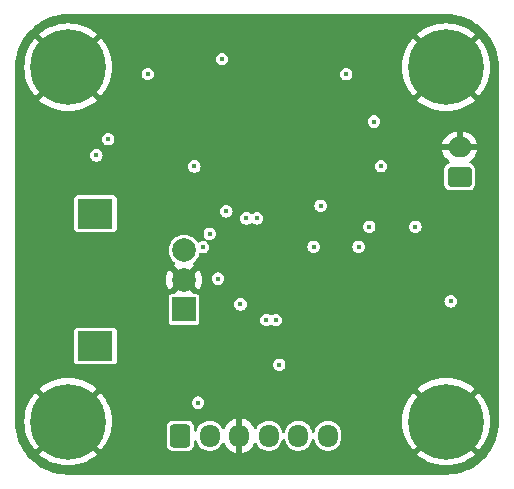
<source format=gbr>
%TF.GenerationSoftware,KiCad,Pcbnew,8.0.8*%
%TF.CreationDate,2025-01-29T06:06:35+01:00*%
%TF.ProjectId,PCB_Gant,5043425f-4761-46e7-942e-6b696361645f,rev?*%
%TF.SameCoordinates,Original*%
%TF.FileFunction,Copper,L2,Inr*%
%TF.FilePolarity,Positive*%
%FSLAX46Y46*%
G04 Gerber Fmt 4.6, Leading zero omitted, Abs format (unit mm)*
G04 Created by KiCad (PCBNEW 8.0.8) date 2025-01-29 06:06:35*
%MOMM*%
%LPD*%
G01*
G04 APERTURE LIST*
G04 Aperture macros list*
%AMRoundRect*
0 Rectangle with rounded corners*
0 $1 Rounding radius*
0 $2 $3 $4 $5 $6 $7 $8 $9 X,Y pos of 4 corners*
0 Add a 4 corners polygon primitive as box body*
4,1,4,$2,$3,$4,$5,$6,$7,$8,$9,$2,$3,0*
0 Add four circle primitives for the rounded corners*
1,1,$1+$1,$2,$3*
1,1,$1+$1,$4,$5*
1,1,$1+$1,$6,$7*
1,1,$1+$1,$8,$9*
0 Add four rect primitives between the rounded corners*
20,1,$1+$1,$2,$3,$4,$5,0*
20,1,$1+$1,$4,$5,$6,$7,0*
20,1,$1+$1,$6,$7,$8,$9,0*
20,1,$1+$1,$8,$9,$2,$3,0*%
G04 Aperture macros list end*
%TA.AperFunction,ComponentPad*%
%ADD10RoundRect,0.250000X0.750000X-0.600000X0.750000X0.600000X-0.750000X0.600000X-0.750000X-0.600000X0*%
%TD*%
%TA.AperFunction,ComponentPad*%
%ADD11O,2.000000X1.700000*%
%TD*%
%TA.AperFunction,ComponentPad*%
%ADD12C,0.800000*%
%TD*%
%TA.AperFunction,ComponentPad*%
%ADD13C,6.400000*%
%TD*%
%TA.AperFunction,ComponentPad*%
%ADD14RoundRect,0.250000X-0.600000X-0.725000X0.600000X-0.725000X0.600000X0.725000X-0.600000X0.725000X0*%
%TD*%
%TA.AperFunction,ComponentPad*%
%ADD15O,1.700000X1.950000*%
%TD*%
%TA.AperFunction,ComponentPad*%
%ADD16R,2.000000X2.000000*%
%TD*%
%TA.AperFunction,ComponentPad*%
%ADD17C,2.000000*%
%TD*%
%TA.AperFunction,ComponentPad*%
%ADD18R,3.000000X2.500000*%
%TD*%
%TA.AperFunction,ViaPad*%
%ADD19C,0.450000*%
%TD*%
G04 APERTURE END LIST*
D10*
%TO.N,+5V*%
%TO.C,J3*%
X133160000Y-79280000D03*
D11*
%TO.N,GND*%
X133160000Y-76780000D03*
%TD*%
D12*
%TO.N,GND*%
%TO.C,H1*%
X97600000Y-100000000D03*
X98302944Y-98302944D03*
X98302944Y-101697056D03*
X100000000Y-97600000D03*
D13*
X100000000Y-100000000D03*
D12*
X100000000Y-102400000D03*
X101697056Y-98302944D03*
X101697056Y-101697056D03*
X102400000Y-100000000D03*
%TD*%
D14*
%TO.N,unconnected-(J2-Pin_1-Pad1)*%
%TO.C,J2*%
X109500000Y-101200000D03*
D15*
%TO.N,+5V*%
X112000000Y-101200000D03*
%TO.N,GND*%
X114500000Y-101200000D03*
%TO.N,UART1_HC05_TX*%
X117000000Y-101200000D03*
%TO.N,UART1_HC05_RX*%
X119500000Y-101200000D03*
%TO.N,unconnected-(J2-Pin_6-Pad6)*%
X122000000Y-101200000D03*
%TD*%
D12*
%TO.N,GND*%
%TO.C,H2*%
X97600000Y-70000000D03*
X98302944Y-68302944D03*
X98302944Y-71697056D03*
X100000000Y-67600000D03*
D13*
X100000000Y-70000000D03*
D12*
X100000000Y-72400000D03*
X101697056Y-68302944D03*
X101697056Y-71697056D03*
X102400000Y-70000000D03*
%TD*%
%TO.N,GND*%
%TO.C,H3*%
X129600000Y-100000000D03*
X130302944Y-98302944D03*
X130302944Y-101697056D03*
X132000000Y-97600000D03*
D13*
X132000000Y-100000000D03*
D12*
X132000000Y-102400000D03*
X133697056Y-98302944D03*
X133697056Y-101697056D03*
X134400000Y-100000000D03*
%TD*%
D16*
%TO.N,CLK*%
%TO.C,SW2*%
X109820000Y-90500000D03*
D17*
%TO.N,DT*%
X109820000Y-85500000D03*
%TO.N,GND*%
X109820000Y-88000000D03*
D18*
%TO.N,N/C*%
X102320000Y-93600000D03*
X102320000Y-82400000D03*
%TD*%
D12*
%TO.N,GND*%
%TO.C,H4*%
X129600000Y-70000000D03*
X130302944Y-68302944D03*
X130302944Y-71697056D03*
X132000000Y-67600000D03*
D13*
X132000000Y-70000000D03*
D12*
X132000000Y-72400000D03*
X133697056Y-68302944D03*
X133697056Y-71697056D03*
X134400000Y-70000000D03*
%TD*%
D19*
%TO.N,GND*%
X119700000Y-77400000D03*
X105700000Y-101600000D03*
X113600000Y-78400000D03*
X126500000Y-68200000D03*
X122700000Y-78400000D03*
X109500000Y-97600000D03*
X127900000Y-103400000D03*
X106000000Y-97300000D03*
X98500000Y-83100000D03*
X128200000Y-95200000D03*
X96300000Y-96000000D03*
X96700000Y-74000000D03*
X115700000Y-76100000D03*
X135000000Y-89400000D03*
X114400000Y-92900000D03*
X119800000Y-67200000D03*
X129000000Y-73600000D03*
X116700000Y-79200000D03*
X121000000Y-92700000D03*
X121500000Y-73400000D03*
X130000000Y-95100000D03*
X101900000Y-79100000D03*
X111900000Y-90500000D03*
X105700000Y-92300000D03*
X126800000Y-100900000D03*
X110100000Y-76900000D03*
X106300000Y-86600000D03*
X111300000Y-67100000D03*
X132300000Y-87400000D03*
X104900000Y-74700000D03*
X129500000Y-66200000D03*
X136000000Y-87400000D03*
X108900000Y-82500000D03*
X134400000Y-83400000D03*
X113720589Y-89320589D03*
X111000000Y-87049725D03*
X102100000Y-74100000D03*
X132400000Y-84700000D03*
X122075000Y-82403822D03*
X127000000Y-81000000D03*
X127300000Y-76900000D03*
X135600000Y-72700000D03*
X132400000Y-88600000D03*
X112660000Y-87070000D03*
X97900000Y-90100000D03*
X108400000Y-70100000D03*
X133200000Y-94100000D03*
%TO.N,+3.3V*%
X110700000Y-78400000D03*
X117880000Y-95200000D03*
X132400000Y-89820000D03*
X126500000Y-78380000D03*
X121396178Y-81725000D03*
X114600000Y-90075000D03*
X112000000Y-84100000D03*
X112700000Y-87900000D03*
%TO.N,NRST*%
X120800000Y-85200000D03*
X124600000Y-85200000D03*
%TO.N,+5V*%
X106750000Y-70570000D03*
X102400000Y-77460000D03*
X123550000Y-70590000D03*
X111000000Y-98400000D03*
%TO.N,UART2_DEBUG_RX*%
X129400000Y-83500000D03*
X115100000Y-82800000D03*
%TO.N,UART2_DEBUG_TX*%
X125500000Y-83500000D03*
X116000000Y-82800000D03*
%TO.N,UART1_HC05_RX*%
X117600000Y-91400000D03*
%TO.N,UART1_HC05_TX*%
X116800000Y-91400000D03*
%TO.N,Net-(U2B-+)*%
X113037500Y-69300000D03*
X103400000Y-76100000D03*
%TO.N,CLK*%
X111423619Y-85236724D03*
%TO.N,GPIO3*%
X113400000Y-82200000D03*
X125900000Y-74600000D03*
%TD*%
%TA.AperFunction,Conductor*%
%TO.N,GND*%
G36*
X132002702Y-65500617D02*
G01*
X132386771Y-65517386D01*
X132397506Y-65518326D01*
X132775971Y-65568152D01*
X132786597Y-65570025D01*
X133159284Y-65652648D01*
X133169710Y-65655442D01*
X133533765Y-65770227D01*
X133543911Y-65773920D01*
X133896578Y-65920000D01*
X133906369Y-65924566D01*
X134244942Y-66100816D01*
X134254310Y-66106224D01*
X134576244Y-66311318D01*
X134585105Y-66317523D01*
X134887930Y-66549889D01*
X134896217Y-66556843D01*
X135177635Y-66814715D01*
X135185284Y-66822364D01*
X135443156Y-67103782D01*
X135450110Y-67112069D01*
X135682476Y-67414894D01*
X135688681Y-67423755D01*
X135893775Y-67745689D01*
X135899183Y-67755057D01*
X136075430Y-68093623D01*
X136080002Y-68103427D01*
X136226075Y-68456078D01*
X136229775Y-68466244D01*
X136344554Y-68830278D01*
X136347354Y-68840727D01*
X136429971Y-69213389D01*
X136431849Y-69224042D01*
X136481671Y-69602473D01*
X136482614Y-69613249D01*
X136499382Y-69997297D01*
X136499500Y-70002706D01*
X136499500Y-99997293D01*
X136499382Y-100002702D01*
X136482614Y-100386750D01*
X136481671Y-100397526D01*
X136431849Y-100775957D01*
X136429971Y-100786610D01*
X136347354Y-101159272D01*
X136344554Y-101169721D01*
X136229775Y-101533755D01*
X136226075Y-101543921D01*
X136080002Y-101896572D01*
X136075430Y-101906376D01*
X135899183Y-102244942D01*
X135893775Y-102254310D01*
X135688681Y-102576244D01*
X135682476Y-102585105D01*
X135450110Y-102887930D01*
X135443156Y-102896217D01*
X135185284Y-103177635D01*
X135177635Y-103185284D01*
X134896217Y-103443156D01*
X134887930Y-103450110D01*
X134585105Y-103682476D01*
X134576244Y-103688681D01*
X134254310Y-103893775D01*
X134244942Y-103899183D01*
X133906376Y-104075430D01*
X133896572Y-104080002D01*
X133543921Y-104226075D01*
X133533755Y-104229775D01*
X133169721Y-104344554D01*
X133159272Y-104347354D01*
X132786610Y-104429971D01*
X132775957Y-104431849D01*
X132397526Y-104481671D01*
X132386750Y-104482614D01*
X132002703Y-104499382D01*
X131997294Y-104499500D01*
X100002706Y-104499500D01*
X99997297Y-104499382D01*
X99613249Y-104482614D01*
X99602473Y-104481671D01*
X99224042Y-104431849D01*
X99213389Y-104429971D01*
X98840727Y-104347354D01*
X98830278Y-104344554D01*
X98466244Y-104229775D01*
X98456078Y-104226075D01*
X98103427Y-104080002D01*
X98093623Y-104075430D01*
X97755057Y-103899183D01*
X97745689Y-103893775D01*
X97423755Y-103688681D01*
X97414894Y-103682476D01*
X97112069Y-103450110D01*
X97103782Y-103443156D01*
X96822364Y-103185284D01*
X96814715Y-103177635D01*
X96556843Y-102896217D01*
X96549889Y-102887930D01*
X96317523Y-102585105D01*
X96311318Y-102576244D01*
X96205001Y-102409360D01*
X96106223Y-102254309D01*
X96100816Y-102244942D01*
X95924566Y-101906369D01*
X95919997Y-101896572D01*
X95878933Y-101797434D01*
X95773920Y-101543911D01*
X95770224Y-101533755D01*
X95655442Y-101169710D01*
X95652648Y-101159284D01*
X95570025Y-100786597D01*
X95568152Y-100775971D01*
X95518326Y-100397506D01*
X95517386Y-100386771D01*
X95500618Y-100002702D01*
X95500559Y-99999999D01*
X96294922Y-99999999D01*
X96294922Y-100000000D01*
X96315219Y-100387287D01*
X96375886Y-100770323D01*
X96375887Y-100770330D01*
X96476262Y-101144936D01*
X96615244Y-101506994D01*
X96791310Y-101852543D01*
X97002523Y-102177783D01*
X97002525Y-102177785D01*
X97211096Y-102435348D01*
X98705747Y-100940697D01*
X98779588Y-101042330D01*
X98957670Y-101220412D01*
X99059301Y-101294251D01*
X97564650Y-102788902D01*
X97822214Y-102997475D01*
X97822216Y-102997476D01*
X98147456Y-103208689D01*
X98493005Y-103384755D01*
X98855063Y-103523737D01*
X99229669Y-103624112D01*
X99229676Y-103624113D01*
X99612712Y-103684780D01*
X99999999Y-103705078D01*
X100000001Y-103705078D01*
X100387287Y-103684780D01*
X100770323Y-103624113D01*
X100770330Y-103624112D01*
X101144936Y-103523737D01*
X101506994Y-103384755D01*
X101852543Y-103208689D01*
X102177771Y-102997484D01*
X102177784Y-102997474D01*
X102435348Y-102788902D01*
X100940698Y-101294252D01*
X101042330Y-101220412D01*
X101220412Y-101042330D01*
X101294252Y-100940698D01*
X102788902Y-102435348D01*
X102997474Y-102177784D01*
X102997484Y-102177771D01*
X103208689Y-101852543D01*
X103384755Y-101506994D01*
X103523737Y-101144936D01*
X103624112Y-100770330D01*
X103624113Y-100770323D01*
X103677714Y-100431898D01*
X108349500Y-100431898D01*
X108349500Y-101968102D01*
X108353473Y-102001185D01*
X108360122Y-102056561D01*
X108360122Y-102056563D01*
X108360123Y-102056564D01*
X108377722Y-102101192D01*
X108415639Y-102197343D01*
X108507077Y-102317922D01*
X108627656Y-102409360D01*
X108627657Y-102409360D01*
X108627658Y-102409361D01*
X108768436Y-102464877D01*
X108856898Y-102475500D01*
X108856903Y-102475500D01*
X110143097Y-102475500D01*
X110143102Y-102475500D01*
X110231564Y-102464877D01*
X110372342Y-102409361D01*
X110492922Y-102317922D01*
X110584361Y-102197342D01*
X110639877Y-102056564D01*
X110650500Y-101968102D01*
X110650500Y-101677669D01*
X110670185Y-101610630D01*
X110722989Y-101564875D01*
X110792147Y-101554931D01*
X110855703Y-101583956D01*
X110892431Y-101639351D01*
X110933787Y-101766636D01*
X110933788Y-101766639D01*
X110989664Y-101876300D01*
X111016003Y-101927993D01*
X111016006Y-101927997D01*
X111122441Y-102074494D01*
X111122445Y-102074499D01*
X111250500Y-102202554D01*
X111250505Y-102202558D01*
X111378287Y-102295396D01*
X111397006Y-102308996D01*
X111486750Y-102354723D01*
X111558360Y-102391211D01*
X111558363Y-102391212D01*
X111640398Y-102417866D01*
X111730591Y-102447171D01*
X111813429Y-102460291D01*
X111909449Y-102475500D01*
X111909454Y-102475500D01*
X112090551Y-102475500D01*
X112177259Y-102461765D01*
X112269409Y-102447171D01*
X112441639Y-102391211D01*
X112602994Y-102308996D01*
X112749501Y-102202553D01*
X112877553Y-102074501D01*
X112983996Y-101927994D01*
X113027563Y-101842488D01*
X113075537Y-101791692D01*
X113143358Y-101774897D01*
X113209493Y-101797434D01*
X113248533Y-101842488D01*
X113345379Y-102032557D01*
X113470272Y-102204459D01*
X113470276Y-102204464D01*
X113620535Y-102354723D01*
X113620540Y-102354727D01*
X113792442Y-102479620D01*
X113981782Y-102576095D01*
X114183871Y-102641757D01*
X114250000Y-102652231D01*
X114250000Y-101604145D01*
X114316657Y-101642630D01*
X114437465Y-101675000D01*
X114562535Y-101675000D01*
X114683343Y-101642630D01*
X114750000Y-101604145D01*
X114750000Y-102652230D01*
X114816126Y-102641757D01*
X114816129Y-102641757D01*
X115018217Y-102576095D01*
X115207557Y-102479620D01*
X115379459Y-102354727D01*
X115379464Y-102354723D01*
X115529723Y-102204464D01*
X115529727Y-102204459D01*
X115654620Y-102032558D01*
X115751466Y-101842488D01*
X115799440Y-101791692D01*
X115867261Y-101774897D01*
X115933396Y-101797434D01*
X115972435Y-101842488D01*
X116016002Y-101927992D01*
X116016003Y-101927993D01*
X116122441Y-102074494D01*
X116122445Y-102074499D01*
X116250500Y-102202554D01*
X116250505Y-102202558D01*
X116378287Y-102295396D01*
X116397006Y-102308996D01*
X116486750Y-102354723D01*
X116558360Y-102391211D01*
X116558363Y-102391212D01*
X116640398Y-102417866D01*
X116730591Y-102447171D01*
X116813429Y-102460291D01*
X116909449Y-102475500D01*
X116909454Y-102475500D01*
X117090551Y-102475500D01*
X117177259Y-102461765D01*
X117269409Y-102447171D01*
X117441639Y-102391211D01*
X117602994Y-102308996D01*
X117749501Y-102202553D01*
X117877553Y-102074501D01*
X117983996Y-101927994D01*
X118066211Y-101766639D01*
X118122171Y-101594409D01*
X118126849Y-101564875D01*
X118127527Y-101560594D01*
X118157456Y-101497459D01*
X118216768Y-101460528D01*
X118286630Y-101461526D01*
X118344863Y-101500136D01*
X118372473Y-101560594D01*
X118377829Y-101594410D01*
X118433787Y-101766636D01*
X118433788Y-101766639D01*
X118489664Y-101876300D01*
X118516003Y-101927993D01*
X118516006Y-101927997D01*
X118622441Y-102074494D01*
X118622445Y-102074499D01*
X118750500Y-102202554D01*
X118750505Y-102202558D01*
X118878287Y-102295396D01*
X118897006Y-102308996D01*
X118986750Y-102354723D01*
X119058360Y-102391211D01*
X119058363Y-102391212D01*
X119140398Y-102417866D01*
X119230591Y-102447171D01*
X119313429Y-102460291D01*
X119409449Y-102475500D01*
X119409454Y-102475500D01*
X119590551Y-102475500D01*
X119677259Y-102461765D01*
X119769409Y-102447171D01*
X119941639Y-102391211D01*
X120102994Y-102308996D01*
X120249501Y-102202553D01*
X120377553Y-102074501D01*
X120483996Y-101927994D01*
X120566211Y-101766639D01*
X120622171Y-101594409D01*
X120626849Y-101564875D01*
X120627527Y-101560594D01*
X120657456Y-101497459D01*
X120716768Y-101460528D01*
X120786630Y-101461526D01*
X120844863Y-101500136D01*
X120872473Y-101560594D01*
X120877829Y-101594410D01*
X120933787Y-101766636D01*
X120933788Y-101766639D01*
X120989664Y-101876300D01*
X121016003Y-101927993D01*
X121016006Y-101927997D01*
X121122441Y-102074494D01*
X121122445Y-102074499D01*
X121250500Y-102202554D01*
X121250505Y-102202558D01*
X121378287Y-102295396D01*
X121397006Y-102308996D01*
X121486750Y-102354723D01*
X121558360Y-102391211D01*
X121558363Y-102391212D01*
X121640398Y-102417866D01*
X121730591Y-102447171D01*
X121813429Y-102460291D01*
X121909449Y-102475500D01*
X121909454Y-102475500D01*
X122090551Y-102475500D01*
X122177259Y-102461765D01*
X122269409Y-102447171D01*
X122441639Y-102391211D01*
X122602994Y-102308996D01*
X122749501Y-102202553D01*
X122877553Y-102074501D01*
X122983996Y-101927994D01*
X123066211Y-101766639D01*
X123122171Y-101594409D01*
X123138445Y-101491657D01*
X123150500Y-101415551D01*
X123150500Y-100984448D01*
X123128495Y-100845522D01*
X123122171Y-100805591D01*
X123066211Y-100633361D01*
X123066211Y-100633360D01*
X123027563Y-100557511D01*
X122983996Y-100472006D01*
X122954856Y-100431898D01*
X122877558Y-100325505D01*
X122877554Y-100325500D01*
X122749499Y-100197445D01*
X122749494Y-100197441D01*
X122602997Y-100091006D01*
X122602996Y-100091005D01*
X122602994Y-100091004D01*
X122551300Y-100064664D01*
X122441639Y-100008788D01*
X122441636Y-100008787D01*
X122414589Y-99999999D01*
X128294922Y-99999999D01*
X128294922Y-100000000D01*
X128315219Y-100387287D01*
X128375886Y-100770323D01*
X128375887Y-100770330D01*
X128476262Y-101144936D01*
X128615244Y-101506994D01*
X128791310Y-101852543D01*
X129002523Y-102177783D01*
X129002525Y-102177785D01*
X129211096Y-102435348D01*
X130705747Y-100940697D01*
X130779588Y-101042330D01*
X130957670Y-101220412D01*
X131059301Y-101294251D01*
X129564650Y-102788902D01*
X129822214Y-102997475D01*
X129822216Y-102997476D01*
X130147456Y-103208689D01*
X130493005Y-103384755D01*
X130855063Y-103523737D01*
X131229669Y-103624112D01*
X131229676Y-103624113D01*
X131612712Y-103684780D01*
X131999999Y-103705078D01*
X132000001Y-103705078D01*
X132387287Y-103684780D01*
X132770323Y-103624113D01*
X132770330Y-103624112D01*
X133144936Y-103523737D01*
X133506994Y-103384755D01*
X133852543Y-103208689D01*
X134177771Y-102997484D01*
X134177784Y-102997474D01*
X134435348Y-102788902D01*
X132940698Y-101294252D01*
X133042330Y-101220412D01*
X133220412Y-101042330D01*
X133294252Y-100940698D01*
X134788902Y-102435348D01*
X134997474Y-102177784D01*
X134997484Y-102177771D01*
X135208689Y-101852543D01*
X135384755Y-101506994D01*
X135523737Y-101144936D01*
X135624112Y-100770330D01*
X135624113Y-100770323D01*
X135684780Y-100387287D01*
X135705078Y-100000000D01*
X135705078Y-99999999D01*
X135684780Y-99612712D01*
X135624113Y-99229676D01*
X135624112Y-99229669D01*
X135523737Y-98855063D01*
X135384755Y-98493005D01*
X135208689Y-98147456D01*
X134997476Y-97822216D01*
X134997475Y-97822214D01*
X134788902Y-97564650D01*
X133294251Y-99059301D01*
X133220412Y-98957670D01*
X133042330Y-98779588D01*
X132940698Y-98705748D01*
X134435349Y-97211096D01*
X134177785Y-97002525D01*
X134177783Y-97002523D01*
X133852543Y-96791310D01*
X133506994Y-96615244D01*
X133144936Y-96476262D01*
X132770330Y-96375887D01*
X132770323Y-96375886D01*
X132387287Y-96315219D01*
X132000001Y-96294922D01*
X131999999Y-96294922D01*
X131612712Y-96315219D01*
X131229676Y-96375886D01*
X131229669Y-96375887D01*
X130855063Y-96476262D01*
X130493005Y-96615244D01*
X130147456Y-96791310D01*
X129822206Y-97002531D01*
X129564649Y-97211095D01*
X129564649Y-97211096D01*
X131059301Y-98705748D01*
X130957670Y-98779588D01*
X130779588Y-98957670D01*
X130705748Y-99059301D01*
X129211096Y-97564649D01*
X129211095Y-97564649D01*
X129002531Y-97822206D01*
X128791310Y-98147456D01*
X128615244Y-98493005D01*
X128476262Y-98855063D01*
X128375887Y-99229669D01*
X128375886Y-99229676D01*
X128315219Y-99612712D01*
X128294922Y-99999999D01*
X122414589Y-99999999D01*
X122269410Y-99952829D01*
X122090551Y-99924500D01*
X122090546Y-99924500D01*
X121909454Y-99924500D01*
X121909449Y-99924500D01*
X121730589Y-99952829D01*
X121558363Y-100008787D01*
X121558360Y-100008788D01*
X121397002Y-100091006D01*
X121250505Y-100197441D01*
X121250500Y-100197445D01*
X121122445Y-100325500D01*
X121122441Y-100325505D01*
X121016006Y-100472002D01*
X120933788Y-100633360D01*
X120933787Y-100633363D01*
X120877829Y-100805589D01*
X120872473Y-100839406D01*
X120842543Y-100902540D01*
X120783232Y-100939471D01*
X120713369Y-100938473D01*
X120655137Y-100899863D01*
X120627527Y-100839406D01*
X120624438Y-100819905D01*
X120622171Y-100805591D01*
X120566211Y-100633361D01*
X120566211Y-100633360D01*
X120527563Y-100557511D01*
X120483996Y-100472006D01*
X120454856Y-100431898D01*
X120377558Y-100325505D01*
X120377554Y-100325500D01*
X120249499Y-100197445D01*
X120249494Y-100197441D01*
X120102997Y-100091006D01*
X120102996Y-100091005D01*
X120102994Y-100091004D01*
X120051300Y-100064664D01*
X119941639Y-100008788D01*
X119941636Y-100008787D01*
X119769410Y-99952829D01*
X119590551Y-99924500D01*
X119590546Y-99924500D01*
X119409454Y-99924500D01*
X119409449Y-99924500D01*
X119230589Y-99952829D01*
X119058363Y-100008787D01*
X119058360Y-100008788D01*
X118897002Y-100091006D01*
X118750505Y-100197441D01*
X118750500Y-100197445D01*
X118622445Y-100325500D01*
X118622441Y-100325505D01*
X118516006Y-100472002D01*
X118433788Y-100633360D01*
X118433787Y-100633363D01*
X118377829Y-100805589D01*
X118372473Y-100839406D01*
X118342543Y-100902540D01*
X118283232Y-100939471D01*
X118213369Y-100938473D01*
X118155137Y-100899863D01*
X118127527Y-100839406D01*
X118124438Y-100819905D01*
X118122171Y-100805591D01*
X118066211Y-100633361D01*
X118066211Y-100633360D01*
X118027563Y-100557511D01*
X117983996Y-100472006D01*
X117954856Y-100431898D01*
X117877558Y-100325505D01*
X117877554Y-100325500D01*
X117749499Y-100197445D01*
X117749494Y-100197441D01*
X117602997Y-100091006D01*
X117602996Y-100091005D01*
X117602994Y-100091004D01*
X117551300Y-100064664D01*
X117441639Y-100008788D01*
X117441636Y-100008787D01*
X117269410Y-99952829D01*
X117090551Y-99924500D01*
X117090546Y-99924500D01*
X116909454Y-99924500D01*
X116909449Y-99924500D01*
X116730589Y-99952829D01*
X116558363Y-100008787D01*
X116558360Y-100008788D01*
X116397002Y-100091006D01*
X116250505Y-100197441D01*
X116250500Y-100197445D01*
X116122445Y-100325500D01*
X116122441Y-100325505D01*
X116016004Y-100472004D01*
X115972435Y-100557512D01*
X115924460Y-100608307D01*
X115856639Y-100625102D01*
X115790504Y-100602564D01*
X115751466Y-100557511D01*
X115654620Y-100367442D01*
X115529727Y-100195540D01*
X115529723Y-100195535D01*
X115379464Y-100045276D01*
X115379459Y-100045272D01*
X115207557Y-99920379D01*
X115018215Y-99823903D01*
X114816124Y-99758241D01*
X114750000Y-99747768D01*
X114750000Y-100795854D01*
X114683343Y-100757370D01*
X114562535Y-100725000D01*
X114437465Y-100725000D01*
X114316657Y-100757370D01*
X114250000Y-100795854D01*
X114250000Y-99747768D01*
X114249999Y-99747768D01*
X114183875Y-99758241D01*
X113981784Y-99823903D01*
X113792442Y-99920379D01*
X113620540Y-100045272D01*
X113620535Y-100045276D01*
X113470276Y-100195535D01*
X113470272Y-100195540D01*
X113345379Y-100367442D01*
X113248533Y-100557511D01*
X113200558Y-100608307D01*
X113132737Y-100625102D01*
X113066602Y-100602564D01*
X113027563Y-100557511D01*
X112983996Y-100472006D01*
X112954856Y-100431898D01*
X112877558Y-100325505D01*
X112877554Y-100325500D01*
X112749499Y-100197445D01*
X112749494Y-100197441D01*
X112602997Y-100091006D01*
X112602996Y-100091005D01*
X112602994Y-100091004D01*
X112551300Y-100064664D01*
X112441639Y-100008788D01*
X112441636Y-100008787D01*
X112269410Y-99952829D01*
X112090551Y-99924500D01*
X112090546Y-99924500D01*
X111909454Y-99924500D01*
X111909449Y-99924500D01*
X111730589Y-99952829D01*
X111558363Y-100008787D01*
X111558360Y-100008788D01*
X111397002Y-100091006D01*
X111250505Y-100197441D01*
X111250500Y-100197445D01*
X111122445Y-100325500D01*
X111122441Y-100325505D01*
X111016006Y-100472002D01*
X110933788Y-100633360D01*
X110933787Y-100633363D01*
X110892431Y-100760648D01*
X110852994Y-100818323D01*
X110788635Y-100845522D01*
X110719789Y-100833608D01*
X110668313Y-100786364D01*
X110650500Y-100722330D01*
X110650500Y-100431903D01*
X110650500Y-100431898D01*
X110639877Y-100343436D01*
X110584361Y-100202658D01*
X110584360Y-100202657D01*
X110584360Y-100202656D01*
X110492922Y-100082077D01*
X110372343Y-99990639D01*
X110231561Y-99935122D01*
X110185926Y-99929642D01*
X110143102Y-99924500D01*
X108856898Y-99924500D01*
X108817853Y-99929188D01*
X108768438Y-99935122D01*
X108627656Y-99990639D01*
X108507077Y-100082077D01*
X108415639Y-100202656D01*
X108360122Y-100343438D01*
X108357240Y-100367442D01*
X108349500Y-100431898D01*
X103677714Y-100431898D01*
X103684780Y-100387287D01*
X103705078Y-100000000D01*
X103705078Y-99999999D01*
X103684780Y-99612712D01*
X103624113Y-99229676D01*
X103624112Y-99229669D01*
X103523737Y-98855063D01*
X103384755Y-98493005D01*
X103337366Y-98399999D01*
X110469965Y-98399999D01*
X110469965Y-98400000D01*
X110488026Y-98537181D01*
X110488027Y-98537186D01*
X110540974Y-98665015D01*
X110540975Y-98665017D01*
X110540976Y-98665018D01*
X110625209Y-98774791D01*
X110734982Y-98859024D01*
X110862817Y-98911974D01*
X110985702Y-98928152D01*
X110999999Y-98930035D01*
X111000000Y-98930035D01*
X111000001Y-98930035D01*
X111012947Y-98928330D01*
X111137183Y-98911974D01*
X111265018Y-98859024D01*
X111374791Y-98774791D01*
X111459024Y-98665018D01*
X111511974Y-98537183D01*
X111530035Y-98400000D01*
X111511974Y-98262817D01*
X111476674Y-98177594D01*
X111459025Y-98134985D01*
X111459024Y-98134984D01*
X111459024Y-98134983D01*
X111374791Y-98025209D01*
X111374789Y-98025208D01*
X111374789Y-98025207D01*
X111265015Y-97940974D01*
X111137186Y-97888027D01*
X111137184Y-97888026D01*
X111137183Y-97888026D01*
X111045727Y-97875985D01*
X111000001Y-97869965D01*
X110999999Y-97869965D01*
X110931408Y-97878995D01*
X110862817Y-97888026D01*
X110862816Y-97888026D01*
X110862813Y-97888027D01*
X110734985Y-97940974D01*
X110625209Y-98025209D01*
X110540974Y-98134985D01*
X110488027Y-98262813D01*
X110488026Y-98262818D01*
X110469965Y-98399999D01*
X103337366Y-98399999D01*
X103208689Y-98147456D01*
X102997476Y-97822216D01*
X102997475Y-97822214D01*
X102788902Y-97564650D01*
X101294251Y-99059301D01*
X101220412Y-98957670D01*
X101042330Y-98779588D01*
X100940698Y-98705748D01*
X102435349Y-97211096D01*
X102177785Y-97002525D01*
X102177783Y-97002523D01*
X101852543Y-96791310D01*
X101506994Y-96615244D01*
X101144936Y-96476262D01*
X100770330Y-96375887D01*
X100770323Y-96375886D01*
X100387287Y-96315219D01*
X100000001Y-96294922D01*
X99999999Y-96294922D01*
X99612712Y-96315219D01*
X99229676Y-96375886D01*
X99229669Y-96375887D01*
X98855063Y-96476262D01*
X98493005Y-96615244D01*
X98147456Y-96791310D01*
X97822206Y-97002531D01*
X97564649Y-97211095D01*
X97564649Y-97211096D01*
X99059301Y-98705748D01*
X98957670Y-98779588D01*
X98779588Y-98957670D01*
X98705748Y-99059301D01*
X97211096Y-97564649D01*
X97211095Y-97564649D01*
X97002531Y-97822206D01*
X96791310Y-98147456D01*
X96615244Y-98493005D01*
X96476262Y-98855063D01*
X96375887Y-99229669D01*
X96375886Y-99229676D01*
X96315219Y-99612712D01*
X96294922Y-99999999D01*
X95500559Y-99999999D01*
X95500500Y-99997293D01*
X95500500Y-95199999D01*
X117349965Y-95199999D01*
X117349965Y-95200000D01*
X117368026Y-95337181D01*
X117368027Y-95337186D01*
X117420974Y-95465015D01*
X117420975Y-95465017D01*
X117420976Y-95465018D01*
X117505209Y-95574791D01*
X117614982Y-95659024D01*
X117742817Y-95711974D01*
X117865702Y-95728152D01*
X117879999Y-95730035D01*
X117880000Y-95730035D01*
X117880001Y-95730035D01*
X117892947Y-95728330D01*
X118017183Y-95711974D01*
X118145018Y-95659024D01*
X118254791Y-95574791D01*
X118339024Y-95465018D01*
X118391974Y-95337183D01*
X118410035Y-95200000D01*
X118391974Y-95062817D01*
X118339024Y-94934983D01*
X118254791Y-94825209D01*
X118254789Y-94825208D01*
X118254789Y-94825207D01*
X118145015Y-94740974D01*
X118017186Y-94688027D01*
X118017184Y-94688026D01*
X118017183Y-94688026D01*
X117925727Y-94675985D01*
X117880001Y-94669965D01*
X117879999Y-94669965D01*
X117811408Y-94678995D01*
X117742817Y-94688026D01*
X117742816Y-94688026D01*
X117742813Y-94688027D01*
X117614985Y-94740974D01*
X117505209Y-94825209D01*
X117420974Y-94934985D01*
X117368027Y-95062813D01*
X117368026Y-95062818D01*
X117349965Y-95199999D01*
X95500500Y-95199999D01*
X95500500Y-92305131D01*
X100519500Y-92305131D01*
X100519500Y-94894856D01*
X100519502Y-94894882D01*
X100522413Y-94919987D01*
X100522415Y-94919991D01*
X100567793Y-95022764D01*
X100567794Y-95022765D01*
X100647235Y-95102206D01*
X100750009Y-95147585D01*
X100775135Y-95150500D01*
X103864864Y-95150499D01*
X103864879Y-95150497D01*
X103864882Y-95150497D01*
X103889987Y-95147586D01*
X103889988Y-95147585D01*
X103889991Y-95147585D01*
X103992765Y-95102206D01*
X104072206Y-95022765D01*
X104117585Y-94919991D01*
X104120500Y-94894865D01*
X104120499Y-92305136D01*
X104120497Y-92305117D01*
X104117586Y-92280012D01*
X104117585Y-92280010D01*
X104117585Y-92280009D01*
X104072206Y-92177235D01*
X103992765Y-92097794D01*
X103992763Y-92097793D01*
X103889992Y-92052415D01*
X103864865Y-92049500D01*
X100775143Y-92049500D01*
X100775117Y-92049502D01*
X100750012Y-92052413D01*
X100750008Y-92052415D01*
X100647235Y-92097793D01*
X100567794Y-92177234D01*
X100522415Y-92280006D01*
X100522415Y-92280008D01*
X100519500Y-92305131D01*
X95500500Y-92305131D01*
X95500500Y-87999994D01*
X108314859Y-87999994D01*
X108314859Y-88000005D01*
X108335385Y-88247729D01*
X108335387Y-88247738D01*
X108396412Y-88488717D01*
X108496267Y-88716367D01*
X108596562Y-88869881D01*
X109337037Y-88129408D01*
X109354075Y-88192993D01*
X109419901Y-88307007D01*
X109512993Y-88400099D01*
X109627007Y-88465925D01*
X109690591Y-88482962D01*
X109010371Y-89163181D01*
X108949048Y-89196666D01*
X108922691Y-89199500D01*
X108775143Y-89199500D01*
X108775118Y-89199502D01*
X108750011Y-89202414D01*
X108750008Y-89202415D01*
X108647235Y-89247793D01*
X108567794Y-89327234D01*
X108522415Y-89430006D01*
X108522415Y-89430008D01*
X108519500Y-89455131D01*
X108519500Y-91544856D01*
X108519502Y-91544882D01*
X108522413Y-91569987D01*
X108522415Y-91569991D01*
X108567793Y-91672764D01*
X108567794Y-91672765D01*
X108647235Y-91752206D01*
X108750009Y-91797585D01*
X108775135Y-91800500D01*
X110864864Y-91800499D01*
X110864879Y-91800497D01*
X110864882Y-91800497D01*
X110889987Y-91797586D01*
X110889988Y-91797585D01*
X110889991Y-91797585D01*
X110992765Y-91752206D01*
X111072206Y-91672765D01*
X111117585Y-91569991D01*
X111120500Y-91544865D01*
X111120500Y-91399999D01*
X116269965Y-91399999D01*
X116269965Y-91400000D01*
X116288026Y-91537181D01*
X116288027Y-91537186D01*
X116340974Y-91665015D01*
X116340975Y-91665017D01*
X116340976Y-91665018D01*
X116425209Y-91774791D01*
X116534982Y-91859024D01*
X116662817Y-91911974D01*
X116785702Y-91928152D01*
X116799999Y-91930035D01*
X116800000Y-91930035D01*
X116800001Y-91930035D01*
X116812947Y-91928330D01*
X116937183Y-91911974D01*
X117065018Y-91859024D01*
X117124514Y-91813369D01*
X117189681Y-91788176D01*
X117258126Y-91802214D01*
X117275480Y-91813365D01*
X117334982Y-91859024D01*
X117462817Y-91911974D01*
X117585702Y-91928152D01*
X117599999Y-91930035D01*
X117600000Y-91930035D01*
X117600001Y-91930035D01*
X117612947Y-91928330D01*
X117737183Y-91911974D01*
X117865018Y-91859024D01*
X117974791Y-91774791D01*
X118059024Y-91665018D01*
X118111974Y-91537183D01*
X118130035Y-91400000D01*
X118111974Y-91262817D01*
X118059024Y-91134983D01*
X117974791Y-91025209D01*
X117974789Y-91025208D01*
X117974789Y-91025207D01*
X117865015Y-90940974D01*
X117737186Y-90888027D01*
X117737184Y-90888026D01*
X117737183Y-90888026D01*
X117645727Y-90875985D01*
X117600001Y-90869965D01*
X117599999Y-90869965D01*
X117531408Y-90878995D01*
X117462817Y-90888026D01*
X117462816Y-90888026D01*
X117462813Y-90888027D01*
X117334984Y-90940974D01*
X117334982Y-90940976D01*
X117275486Y-90986629D01*
X117210317Y-91011823D01*
X117141872Y-90997784D01*
X117124513Y-90986629D01*
X117065015Y-90940974D01*
X116937186Y-90888027D01*
X116937184Y-90888026D01*
X116937183Y-90888026D01*
X116845727Y-90875985D01*
X116800001Y-90869965D01*
X116799999Y-90869965D01*
X116731408Y-90878995D01*
X116662817Y-90888026D01*
X116662816Y-90888026D01*
X116662813Y-90888027D01*
X116534985Y-90940974D01*
X116425209Y-91025209D01*
X116340974Y-91134985D01*
X116288027Y-91262813D01*
X116288026Y-91262818D01*
X116269965Y-91399999D01*
X111120500Y-91399999D01*
X111120499Y-90074999D01*
X114069965Y-90074999D01*
X114069965Y-90075000D01*
X114088026Y-90212181D01*
X114088027Y-90212186D01*
X114140974Y-90340015D01*
X114140975Y-90340017D01*
X114140976Y-90340018D01*
X114225209Y-90449791D01*
X114334982Y-90534024D01*
X114462817Y-90586974D01*
X114585702Y-90603152D01*
X114599999Y-90605035D01*
X114600000Y-90605035D01*
X114600001Y-90605035D01*
X114612947Y-90603330D01*
X114737183Y-90586974D01*
X114865018Y-90534024D01*
X114974791Y-90449791D01*
X115059024Y-90340018D01*
X115111974Y-90212183D01*
X115130035Y-90075000D01*
X115111974Y-89937817D01*
X115063173Y-89820000D01*
X131869965Y-89820000D01*
X131885476Y-89937818D01*
X131888026Y-89957181D01*
X131888027Y-89957186D01*
X131940974Y-90085015D01*
X131940975Y-90085017D01*
X131940976Y-90085018D01*
X132025209Y-90194791D01*
X132134982Y-90279024D01*
X132262817Y-90331974D01*
X132385702Y-90348152D01*
X132399999Y-90350035D01*
X132400000Y-90350035D01*
X132400001Y-90350035D01*
X132412947Y-90348330D01*
X132537183Y-90331974D01*
X132665018Y-90279024D01*
X132774791Y-90194791D01*
X132859024Y-90085018D01*
X132911974Y-89957183D01*
X132930035Y-89820000D01*
X132928716Y-89809985D01*
X132928152Y-89805702D01*
X132911974Y-89682817D01*
X132862356Y-89563027D01*
X132859025Y-89554985D01*
X132859024Y-89554984D01*
X132859024Y-89554983D01*
X132774791Y-89445209D01*
X132774789Y-89445208D01*
X132774789Y-89445207D01*
X132665015Y-89360974D01*
X132537186Y-89308027D01*
X132537184Y-89308026D01*
X132537183Y-89308026D01*
X132445727Y-89295985D01*
X132400001Y-89289965D01*
X132399999Y-89289965D01*
X132331408Y-89298995D01*
X132262817Y-89308026D01*
X132262816Y-89308026D01*
X132262813Y-89308027D01*
X132134985Y-89360974D01*
X132025209Y-89445209D01*
X131940974Y-89554985D01*
X131888027Y-89682813D01*
X131888026Y-89682816D01*
X131888026Y-89682817D01*
X131885736Y-89700209D01*
X131871284Y-89809985D01*
X131869965Y-89820000D01*
X115063173Y-89820000D01*
X115059024Y-89809983D01*
X114974791Y-89700209D01*
X114974789Y-89700208D01*
X114974789Y-89700207D01*
X114865015Y-89615974D01*
X114737186Y-89563027D01*
X114737184Y-89563026D01*
X114737183Y-89563026D01*
X114645727Y-89550985D01*
X114600001Y-89544965D01*
X114599999Y-89544965D01*
X114531408Y-89553995D01*
X114462817Y-89563026D01*
X114462816Y-89563026D01*
X114462813Y-89563027D01*
X114334985Y-89615974D01*
X114225209Y-89700209D01*
X114140974Y-89809985D01*
X114088027Y-89937813D01*
X114088026Y-89937818D01*
X114069965Y-90074999D01*
X111120499Y-90074999D01*
X111120499Y-89455136D01*
X111119348Y-89445207D01*
X111117586Y-89430012D01*
X111117585Y-89430010D01*
X111117585Y-89430009D01*
X111072206Y-89327235D01*
X110992765Y-89247794D01*
X110992763Y-89247793D01*
X110889992Y-89202415D01*
X110864868Y-89199500D01*
X110717308Y-89199500D01*
X110650269Y-89179815D01*
X110629627Y-89163181D01*
X109949408Y-88482962D01*
X110012993Y-88465925D01*
X110127007Y-88400099D01*
X110220099Y-88307007D01*
X110285925Y-88192993D01*
X110302962Y-88129409D01*
X111043435Y-88869882D01*
X111143733Y-88716364D01*
X111243587Y-88488717D01*
X111304612Y-88247738D01*
X111304614Y-88247729D01*
X111325141Y-88000005D01*
X111325141Y-87999994D01*
X111316855Y-87900000D01*
X112169965Y-87900000D01*
X112183130Y-87999999D01*
X112188026Y-88037181D01*
X112188027Y-88037186D01*
X112240974Y-88165015D01*
X112240975Y-88165017D01*
X112240976Y-88165018D01*
X112325209Y-88274791D01*
X112434982Y-88359024D01*
X112562817Y-88411974D01*
X112685702Y-88428152D01*
X112699999Y-88430035D01*
X112700000Y-88430035D01*
X112700001Y-88430035D01*
X112712947Y-88428330D01*
X112837183Y-88411974D01*
X112965018Y-88359024D01*
X113074791Y-88274791D01*
X113159024Y-88165018D01*
X113211974Y-88037183D01*
X113230035Y-87900000D01*
X113211974Y-87762817D01*
X113159024Y-87634983D01*
X113074791Y-87525209D01*
X113074789Y-87525208D01*
X113074789Y-87525207D01*
X112965015Y-87440974D01*
X112837186Y-87388027D01*
X112837184Y-87388026D01*
X112837183Y-87388026D01*
X112745727Y-87375985D01*
X112700001Y-87369965D01*
X112699999Y-87369965D01*
X112631408Y-87378995D01*
X112562817Y-87388026D01*
X112562816Y-87388026D01*
X112562813Y-87388027D01*
X112434985Y-87440974D01*
X112325209Y-87525209D01*
X112240974Y-87634985D01*
X112188027Y-87762813D01*
X112188026Y-87762816D01*
X112188026Y-87762817D01*
X112169965Y-87900000D01*
X111316855Y-87900000D01*
X111304614Y-87752270D01*
X111304612Y-87752261D01*
X111243587Y-87511282D01*
X111143732Y-87283632D01*
X111043435Y-87130116D01*
X110302962Y-87870590D01*
X110285925Y-87807007D01*
X110220099Y-87692993D01*
X110127007Y-87599901D01*
X110012993Y-87534075D01*
X109949409Y-87517037D01*
X110690055Y-86776389D01*
X110690055Y-86776388D01*
X110643236Y-86739947D01*
X110643231Y-86739944D01*
X110635452Y-86735734D01*
X110585863Y-86686513D01*
X110570757Y-86618296D01*
X110594930Y-86552741D01*
X110623348Y-86525107D01*
X110659139Y-86500047D01*
X110820047Y-86339139D01*
X110950568Y-86152734D01*
X111046739Y-85946496D01*
X111081794Y-85815666D01*
X111118157Y-85756008D01*
X111181004Y-85725478D01*
X111249019Y-85733199D01*
X111286436Y-85748698D01*
X111409321Y-85764876D01*
X111423618Y-85766759D01*
X111423619Y-85766759D01*
X111423620Y-85766759D01*
X111436566Y-85765054D01*
X111560802Y-85748698D01*
X111688637Y-85695748D01*
X111798410Y-85611515D01*
X111882643Y-85501742D01*
X111935593Y-85373907D01*
X111953654Y-85236724D01*
X111948819Y-85200000D01*
X120269965Y-85200000D01*
X120279616Y-85273308D01*
X120288026Y-85337181D01*
X120288027Y-85337186D01*
X120340974Y-85465015D01*
X120340975Y-85465017D01*
X120340976Y-85465018D01*
X120425209Y-85574791D01*
X120534982Y-85659024D01*
X120662817Y-85711974D01*
X120785702Y-85728152D01*
X120799999Y-85730035D01*
X120800000Y-85730035D01*
X120800001Y-85730035D01*
X120812947Y-85728330D01*
X120937183Y-85711974D01*
X121065018Y-85659024D01*
X121174791Y-85574791D01*
X121259024Y-85465018D01*
X121311974Y-85337183D01*
X121330035Y-85200000D01*
X124069965Y-85200000D01*
X124079616Y-85273308D01*
X124088026Y-85337181D01*
X124088027Y-85337186D01*
X124140974Y-85465015D01*
X124140975Y-85465017D01*
X124140976Y-85465018D01*
X124225209Y-85574791D01*
X124334982Y-85659024D01*
X124462817Y-85711974D01*
X124585702Y-85728152D01*
X124599999Y-85730035D01*
X124600000Y-85730035D01*
X124600001Y-85730035D01*
X124612947Y-85728330D01*
X124737183Y-85711974D01*
X124865018Y-85659024D01*
X124974791Y-85574791D01*
X125059024Y-85465018D01*
X125111974Y-85337183D01*
X125130035Y-85200000D01*
X125111974Y-85062817D01*
X125074235Y-84971707D01*
X125059025Y-84934985D01*
X125059024Y-84934984D01*
X125059024Y-84934983D01*
X124974791Y-84825209D01*
X124974789Y-84825208D01*
X124974789Y-84825207D01*
X124865015Y-84740974D01*
X124737186Y-84688027D01*
X124737184Y-84688026D01*
X124737183Y-84688026D01*
X124645727Y-84675985D01*
X124600001Y-84669965D01*
X124599999Y-84669965D01*
X124531408Y-84678995D01*
X124462817Y-84688026D01*
X124462816Y-84688026D01*
X124462813Y-84688027D01*
X124334985Y-84740974D01*
X124225209Y-84825209D01*
X124140974Y-84934985D01*
X124088027Y-85062813D01*
X124088026Y-85062816D01*
X124088026Y-85062817D01*
X124069965Y-85200000D01*
X121330035Y-85200000D01*
X121311974Y-85062817D01*
X121274235Y-84971707D01*
X121259025Y-84934985D01*
X121259024Y-84934984D01*
X121259024Y-84934983D01*
X121174791Y-84825209D01*
X121174789Y-84825208D01*
X121174789Y-84825207D01*
X121065015Y-84740974D01*
X120937186Y-84688027D01*
X120937184Y-84688026D01*
X120937183Y-84688026D01*
X120845727Y-84675985D01*
X120800001Y-84669965D01*
X120799999Y-84669965D01*
X120731408Y-84678995D01*
X120662817Y-84688026D01*
X120662816Y-84688026D01*
X120662813Y-84688027D01*
X120534985Y-84740974D01*
X120425209Y-84825209D01*
X120340974Y-84934985D01*
X120288027Y-85062813D01*
X120288026Y-85062816D01*
X120288026Y-85062817D01*
X120269965Y-85200000D01*
X111948819Y-85200000D01*
X111935593Y-85099541D01*
X111882643Y-84971707D01*
X111798410Y-84861933D01*
X111798407Y-84861931D01*
X111798406Y-84861929D01*
X111757879Y-84830831D01*
X111716676Y-84774403D01*
X111712522Y-84704657D01*
X111746735Y-84643737D01*
X111808453Y-84610984D01*
X111854569Y-84612358D01*
X111854760Y-84610913D01*
X111862816Y-84611973D01*
X111862817Y-84611974D01*
X111949306Y-84623360D01*
X111999999Y-84630035D01*
X112000000Y-84630035D01*
X112000001Y-84630035D01*
X112012947Y-84628330D01*
X112137183Y-84611974D01*
X112265018Y-84559024D01*
X112374791Y-84474791D01*
X112459024Y-84365018D01*
X112511974Y-84237183D01*
X112530035Y-84100000D01*
X112511974Y-83962817D01*
X112459024Y-83834983D01*
X112374791Y-83725209D01*
X112374789Y-83725208D01*
X112374789Y-83725207D01*
X112265015Y-83640974D01*
X112137186Y-83588027D01*
X112137184Y-83588026D01*
X112137183Y-83588026D01*
X112045727Y-83575985D01*
X112000001Y-83569965D01*
X111999999Y-83569965D01*
X111931408Y-83578995D01*
X111862817Y-83588026D01*
X111862816Y-83588026D01*
X111862813Y-83588027D01*
X111734985Y-83640974D01*
X111625209Y-83725209D01*
X111540974Y-83834985D01*
X111488027Y-83962813D01*
X111488026Y-83962818D01*
X111469965Y-84099999D01*
X111469965Y-84100000D01*
X111488026Y-84237181D01*
X111488027Y-84237186D01*
X111540974Y-84365015D01*
X111540975Y-84365017D01*
X111540976Y-84365018D01*
X111625208Y-84474790D01*
X111625211Y-84474793D01*
X111665739Y-84505892D01*
X111706941Y-84562320D01*
X111711096Y-84632066D01*
X111676883Y-84692986D01*
X111615166Y-84725738D01*
X111569049Y-84724366D01*
X111568859Y-84725811D01*
X111560802Y-84724750D01*
X111474312Y-84713363D01*
X111423620Y-84706689D01*
X111423618Y-84706689D01*
X111355027Y-84715719D01*
X111286436Y-84724750D01*
X111286435Y-84724750D01*
X111286432Y-84724751D01*
X111158603Y-84777698D01*
X111158601Y-84777700D01*
X111094355Y-84826998D01*
X111029186Y-84852192D01*
X110960741Y-84838153D01*
X110917294Y-84799745D01*
X110820045Y-84660858D01*
X110659141Y-84499954D01*
X110472734Y-84369432D01*
X110472732Y-84369431D01*
X110266497Y-84273261D01*
X110266488Y-84273258D01*
X110046697Y-84214366D01*
X110046693Y-84214365D01*
X110046692Y-84214365D01*
X110046691Y-84214364D01*
X110046686Y-84214364D01*
X109820002Y-84194532D01*
X109819998Y-84194532D01*
X109593313Y-84214364D01*
X109593302Y-84214366D01*
X109373511Y-84273258D01*
X109373502Y-84273261D01*
X109167267Y-84369431D01*
X109167265Y-84369432D01*
X108980858Y-84499954D01*
X108819954Y-84660858D01*
X108689432Y-84847265D01*
X108689431Y-84847267D01*
X108593261Y-85053502D01*
X108593258Y-85053511D01*
X108534366Y-85273302D01*
X108534364Y-85273313D01*
X108514532Y-85499998D01*
X108514532Y-85500001D01*
X108534364Y-85726686D01*
X108534366Y-85726697D01*
X108593258Y-85946488D01*
X108593261Y-85946497D01*
X108689431Y-86152732D01*
X108689432Y-86152734D01*
X108819954Y-86339141D01*
X108980858Y-86500045D01*
X109016649Y-86525106D01*
X109060274Y-86579682D01*
X109067468Y-86649181D01*
X109035946Y-86711535D01*
X109004551Y-86735732D01*
X108996770Y-86739943D01*
X108949943Y-86776389D01*
X109690591Y-87517037D01*
X109627007Y-87534075D01*
X109512993Y-87599901D01*
X109419901Y-87692993D01*
X109354075Y-87807007D01*
X109337037Y-87870590D01*
X108596563Y-87130117D01*
X108496267Y-87283633D01*
X108496265Y-87283637D01*
X108396412Y-87511282D01*
X108335387Y-87752261D01*
X108335385Y-87752270D01*
X108314859Y-87999994D01*
X95500500Y-87999994D01*
X95500500Y-81105131D01*
X100519500Y-81105131D01*
X100519500Y-83694856D01*
X100519502Y-83694882D01*
X100522413Y-83719987D01*
X100522415Y-83719991D01*
X100567793Y-83822764D01*
X100567794Y-83822765D01*
X100647235Y-83902206D01*
X100750009Y-83947585D01*
X100775135Y-83950500D01*
X103864864Y-83950499D01*
X103864879Y-83950497D01*
X103864882Y-83950497D01*
X103889987Y-83947586D01*
X103889988Y-83947585D01*
X103889991Y-83947585D01*
X103992765Y-83902206D01*
X104072206Y-83822765D01*
X104117585Y-83719991D01*
X104120500Y-83694865D01*
X104120500Y-83499999D01*
X124969965Y-83499999D01*
X124969965Y-83500000D01*
X124988026Y-83637181D01*
X124988027Y-83637186D01*
X125040974Y-83765015D01*
X125040975Y-83765017D01*
X125040976Y-83765018D01*
X125125209Y-83874791D01*
X125234982Y-83959024D01*
X125234983Y-83959024D01*
X125234984Y-83959025D01*
X125277593Y-83976674D01*
X125362817Y-84011974D01*
X125485702Y-84028152D01*
X125499999Y-84030035D01*
X125500000Y-84030035D01*
X125500001Y-84030035D01*
X125512947Y-84028330D01*
X125637183Y-84011974D01*
X125765018Y-83959024D01*
X125874791Y-83874791D01*
X125959024Y-83765018D01*
X126011974Y-83637183D01*
X126030035Y-83500000D01*
X126030035Y-83499999D01*
X128869965Y-83499999D01*
X128869965Y-83500000D01*
X128888026Y-83637181D01*
X128888027Y-83637186D01*
X128940974Y-83765015D01*
X128940975Y-83765017D01*
X128940976Y-83765018D01*
X129025209Y-83874791D01*
X129134982Y-83959024D01*
X129134983Y-83959024D01*
X129134984Y-83959025D01*
X129177593Y-83976674D01*
X129262817Y-84011974D01*
X129385702Y-84028152D01*
X129399999Y-84030035D01*
X129400000Y-84030035D01*
X129400001Y-84030035D01*
X129412947Y-84028330D01*
X129537183Y-84011974D01*
X129665018Y-83959024D01*
X129774791Y-83874791D01*
X129859024Y-83765018D01*
X129911974Y-83637183D01*
X129930035Y-83500000D01*
X129911974Y-83362817D01*
X129859024Y-83234983D01*
X129774791Y-83125209D01*
X129774789Y-83125208D01*
X129774789Y-83125207D01*
X129665015Y-83040974D01*
X129537186Y-82988027D01*
X129537184Y-82988026D01*
X129537183Y-82988026D01*
X129445727Y-82975985D01*
X129400001Y-82969965D01*
X129399999Y-82969965D01*
X129331408Y-82978995D01*
X129262817Y-82988026D01*
X129262816Y-82988026D01*
X129262813Y-82988027D01*
X129134985Y-83040974D01*
X129025209Y-83125209D01*
X128940974Y-83234985D01*
X128888027Y-83362813D01*
X128888026Y-83362818D01*
X128869965Y-83499999D01*
X126030035Y-83499999D01*
X126011974Y-83362817D01*
X125959024Y-83234983D01*
X125874791Y-83125209D01*
X125874789Y-83125208D01*
X125874789Y-83125207D01*
X125765015Y-83040974D01*
X125637186Y-82988027D01*
X125637184Y-82988026D01*
X125637183Y-82988026D01*
X125545727Y-82975985D01*
X125500001Y-82969965D01*
X125499999Y-82969965D01*
X125431408Y-82978995D01*
X125362817Y-82988026D01*
X125362816Y-82988026D01*
X125362813Y-82988027D01*
X125234985Y-83040974D01*
X125125209Y-83125209D01*
X125040974Y-83234985D01*
X124988027Y-83362813D01*
X124988026Y-83362818D01*
X124969965Y-83499999D01*
X104120500Y-83499999D01*
X104120499Y-82799999D01*
X114569965Y-82799999D01*
X114569965Y-82800000D01*
X114588026Y-82937181D01*
X114588027Y-82937186D01*
X114640974Y-83065015D01*
X114640975Y-83065017D01*
X114640976Y-83065018D01*
X114725209Y-83174791D01*
X114834982Y-83259024D01*
X114962817Y-83311974D01*
X115085702Y-83328152D01*
X115099999Y-83330035D01*
X115100000Y-83330035D01*
X115100001Y-83330035D01*
X115112947Y-83328330D01*
X115237183Y-83311974D01*
X115365018Y-83259024D01*
X115396348Y-83234983D01*
X115474513Y-83175005D01*
X115539682Y-83149810D01*
X115608127Y-83163848D01*
X115625487Y-83175005D01*
X115734980Y-83259023D01*
X115734981Y-83259023D01*
X115734982Y-83259024D01*
X115862817Y-83311974D01*
X115985702Y-83328152D01*
X115999999Y-83330035D01*
X116000000Y-83330035D01*
X116000001Y-83330035D01*
X116012947Y-83328330D01*
X116137183Y-83311974D01*
X116265018Y-83259024D01*
X116374791Y-83174791D01*
X116459024Y-83065018D01*
X116511974Y-82937183D01*
X116530035Y-82800000D01*
X116511974Y-82662817D01*
X116459024Y-82534983D01*
X116374791Y-82425209D01*
X116374789Y-82425208D01*
X116374789Y-82425207D01*
X116265015Y-82340974D01*
X116137186Y-82288027D01*
X116137184Y-82288026D01*
X116137183Y-82288026D01*
X116045727Y-82275985D01*
X116000001Y-82269965D01*
X115999999Y-82269965D01*
X115931408Y-82278995D01*
X115862817Y-82288026D01*
X115862816Y-82288026D01*
X115862813Y-82288027D01*
X115734984Y-82340974D01*
X115734982Y-82340976D01*
X115625486Y-82424996D01*
X115560317Y-82450190D01*
X115491872Y-82436152D01*
X115474513Y-82424995D01*
X115365019Y-82340976D01*
X115365016Y-82340975D01*
X115237186Y-82288027D01*
X115237184Y-82288026D01*
X115237183Y-82288026D01*
X115145727Y-82275985D01*
X115100001Y-82269965D01*
X115099999Y-82269965D01*
X115031408Y-82278995D01*
X114962817Y-82288026D01*
X114962816Y-82288026D01*
X114962813Y-82288027D01*
X114834985Y-82340974D01*
X114725209Y-82425209D01*
X114640974Y-82534985D01*
X114588027Y-82662813D01*
X114588026Y-82662818D01*
X114569965Y-82799999D01*
X104120499Y-82799999D01*
X104120499Y-82199999D01*
X112869965Y-82199999D01*
X112869965Y-82200000D01*
X112888026Y-82337181D01*
X112888027Y-82337186D01*
X112940974Y-82465015D01*
X112940975Y-82465017D01*
X112940976Y-82465018D01*
X113025209Y-82574791D01*
X113134982Y-82659024D01*
X113134983Y-82659024D01*
X113134984Y-82659025D01*
X113177593Y-82676674D01*
X113262817Y-82711974D01*
X113385702Y-82728152D01*
X113399999Y-82730035D01*
X113400000Y-82730035D01*
X113400001Y-82730035D01*
X113412947Y-82728330D01*
X113537183Y-82711974D01*
X113665018Y-82659024D01*
X113774791Y-82574791D01*
X113859024Y-82465018D01*
X113911974Y-82337183D01*
X113930035Y-82200000D01*
X113911974Y-82062817D01*
X113859024Y-81934983D01*
X113774791Y-81825209D01*
X113774789Y-81825208D01*
X113774789Y-81825207D01*
X113665015Y-81740974D01*
X113626447Y-81724999D01*
X120866143Y-81724999D01*
X120866143Y-81725000D01*
X120884204Y-81862181D01*
X120884205Y-81862186D01*
X120937152Y-81990015D01*
X120937153Y-81990017D01*
X120937154Y-81990018D01*
X121021387Y-82099791D01*
X121131160Y-82184024D01*
X121258995Y-82236974D01*
X121381880Y-82253152D01*
X121396177Y-82255035D01*
X121396178Y-82255035D01*
X121396179Y-82255035D01*
X121409125Y-82253330D01*
X121533361Y-82236974D01*
X121661196Y-82184024D01*
X121770969Y-82099791D01*
X121855202Y-81990018D01*
X121908152Y-81862183D01*
X121926213Y-81725000D01*
X121908152Y-81587817D01*
X121855202Y-81459983D01*
X121770969Y-81350209D01*
X121770967Y-81350208D01*
X121770967Y-81350207D01*
X121661193Y-81265974D01*
X121533364Y-81213027D01*
X121533362Y-81213026D01*
X121533361Y-81213026D01*
X121441905Y-81200985D01*
X121396179Y-81194965D01*
X121396177Y-81194965D01*
X121327586Y-81203995D01*
X121258995Y-81213026D01*
X121258994Y-81213026D01*
X121258991Y-81213027D01*
X121131163Y-81265974D01*
X121021387Y-81350209D01*
X120937152Y-81459985D01*
X120884205Y-81587813D01*
X120884204Y-81587818D01*
X120866143Y-81724999D01*
X113626447Y-81724999D01*
X113537186Y-81688027D01*
X113537184Y-81688026D01*
X113537183Y-81688026D01*
X113445727Y-81675985D01*
X113400001Y-81669965D01*
X113399999Y-81669965D01*
X113331408Y-81678995D01*
X113262817Y-81688026D01*
X113262816Y-81688026D01*
X113262813Y-81688027D01*
X113134985Y-81740974D01*
X113025209Y-81825209D01*
X112940974Y-81934985D01*
X112888027Y-82062813D01*
X112888026Y-82062818D01*
X112869965Y-82199999D01*
X104120499Y-82199999D01*
X104120499Y-81105136D01*
X104120497Y-81105117D01*
X104117586Y-81080012D01*
X104117585Y-81080010D01*
X104117585Y-81080009D01*
X104072206Y-80977235D01*
X103992765Y-80897794D01*
X103992763Y-80897793D01*
X103889992Y-80852415D01*
X103864865Y-80849500D01*
X100775143Y-80849500D01*
X100775117Y-80849502D01*
X100750012Y-80852413D01*
X100750008Y-80852415D01*
X100647235Y-80897793D01*
X100567794Y-80977234D01*
X100522415Y-81080006D01*
X100522415Y-81080008D01*
X100519500Y-81105131D01*
X95500500Y-81105131D01*
X95500500Y-78399999D01*
X110169965Y-78399999D01*
X110169965Y-78400000D01*
X110188026Y-78537181D01*
X110188027Y-78537186D01*
X110240974Y-78665015D01*
X110240975Y-78665017D01*
X110240976Y-78665018D01*
X110325209Y-78774791D01*
X110434982Y-78859024D01*
X110562817Y-78911974D01*
X110685702Y-78928152D01*
X110699999Y-78930035D01*
X110700000Y-78930035D01*
X110700001Y-78930035D01*
X110712947Y-78928330D01*
X110837183Y-78911974D01*
X110965018Y-78859024D01*
X111074791Y-78774791D01*
X111159024Y-78665018D01*
X111211974Y-78537183D01*
X111230035Y-78400000D01*
X111227402Y-78379999D01*
X125969965Y-78379999D01*
X125969965Y-78380000D01*
X125988026Y-78517181D01*
X125988027Y-78517186D01*
X126040974Y-78645015D01*
X126040975Y-78645017D01*
X126040976Y-78645018D01*
X126125209Y-78754791D01*
X126234982Y-78839024D01*
X126362817Y-78891974D01*
X126485702Y-78908152D01*
X126499999Y-78910035D01*
X126500000Y-78910035D01*
X126500001Y-78910035D01*
X126512947Y-78908330D01*
X126637183Y-78891974D01*
X126765018Y-78839024D01*
X126874791Y-78754791D01*
X126959024Y-78645018D01*
X127011974Y-78517183D01*
X127030035Y-78380000D01*
X127011974Y-78242817D01*
X126959024Y-78114983D01*
X126874791Y-78005209D01*
X126874789Y-78005208D01*
X126874789Y-78005207D01*
X126791082Y-77940976D01*
X126765018Y-77920976D01*
X126765017Y-77920975D01*
X126765015Y-77920974D01*
X126637186Y-77868027D01*
X126637184Y-77868026D01*
X126637183Y-77868026D01*
X126545727Y-77855985D01*
X126500001Y-77849965D01*
X126499999Y-77849965D01*
X126431408Y-77858995D01*
X126362817Y-77868026D01*
X126362816Y-77868026D01*
X126362813Y-77868027D01*
X126234985Y-77920974D01*
X126125209Y-78005209D01*
X126040974Y-78114985D01*
X125988027Y-78242813D01*
X125988026Y-78242818D01*
X125969965Y-78379999D01*
X111227402Y-78379999D01*
X111211974Y-78262817D01*
X111159024Y-78134983D01*
X111074791Y-78025209D01*
X111074789Y-78025208D01*
X111074789Y-78025207D01*
X111005412Y-77971972D01*
X110965018Y-77940976D01*
X110965017Y-77940975D01*
X110965015Y-77940974D01*
X110837186Y-77888027D01*
X110837184Y-77888026D01*
X110837183Y-77888026D01*
X110745727Y-77875985D01*
X110700001Y-77869965D01*
X110699999Y-77869965D01*
X110631408Y-77878995D01*
X110562817Y-77888026D01*
X110562816Y-77888026D01*
X110562813Y-77888027D01*
X110434985Y-77940974D01*
X110325209Y-78025209D01*
X110240974Y-78134985D01*
X110188027Y-78262813D01*
X110188026Y-78262818D01*
X110169965Y-78399999D01*
X95500500Y-78399999D01*
X95500500Y-77459999D01*
X101869965Y-77459999D01*
X101869965Y-77460000D01*
X101888026Y-77597181D01*
X101888027Y-77597186D01*
X101940974Y-77725015D01*
X101940975Y-77725017D01*
X101940976Y-77725018D01*
X102025209Y-77834791D01*
X102134982Y-77919024D01*
X102134983Y-77919024D01*
X102134984Y-77919025D01*
X102158808Y-77928893D01*
X102262817Y-77971974D01*
X102385702Y-77988152D01*
X102399999Y-77990035D01*
X102400000Y-77990035D01*
X102400001Y-77990035D01*
X102412947Y-77988330D01*
X102537183Y-77971974D01*
X102665018Y-77919024D01*
X102774791Y-77834791D01*
X102859024Y-77725018D01*
X102911974Y-77597183D01*
X102930035Y-77460000D01*
X102911974Y-77322817D01*
X102859024Y-77194983D01*
X102774791Y-77085209D01*
X102774789Y-77085208D01*
X102774789Y-77085207D01*
X102665015Y-77000974D01*
X102537186Y-76948027D01*
X102537184Y-76948026D01*
X102537183Y-76948026D01*
X102445727Y-76935985D01*
X102400001Y-76929965D01*
X102399999Y-76929965D01*
X102331408Y-76938995D01*
X102262817Y-76948026D01*
X102262816Y-76948026D01*
X102262813Y-76948027D01*
X102134985Y-77000974D01*
X102025209Y-77085209D01*
X101940974Y-77194985D01*
X101888027Y-77322813D01*
X101888026Y-77322818D01*
X101869965Y-77459999D01*
X95500500Y-77459999D01*
X95500500Y-76099999D01*
X102869965Y-76099999D01*
X102869965Y-76100000D01*
X102888026Y-76237181D01*
X102888027Y-76237186D01*
X102940974Y-76365015D01*
X102940975Y-76365017D01*
X102940976Y-76365018D01*
X103025209Y-76474791D01*
X103134982Y-76559024D01*
X103262817Y-76611974D01*
X103385702Y-76628152D01*
X103399999Y-76630035D01*
X103400000Y-76630035D01*
X103400001Y-76630035D01*
X103412947Y-76628330D01*
X103537183Y-76611974D01*
X103665018Y-76559024D01*
X103702842Y-76530000D01*
X131682769Y-76530000D01*
X132726988Y-76530000D01*
X132694075Y-76587007D01*
X132660000Y-76714174D01*
X132660000Y-76845826D01*
X132694075Y-76972993D01*
X132726988Y-77030000D01*
X131682769Y-77030000D01*
X131693242Y-77096126D01*
X131693242Y-77096129D01*
X131758904Y-77298217D01*
X131855379Y-77487557D01*
X131980272Y-77659459D01*
X131980276Y-77659464D01*
X132130535Y-77809723D01*
X132130540Y-77809727D01*
X132294560Y-77928894D01*
X132337226Y-77984223D01*
X132343205Y-78053837D01*
X132310600Y-78115632D01*
X132267166Y-78144566D01*
X132137658Y-78195638D01*
X132017077Y-78287077D01*
X131925639Y-78407656D01*
X131870122Y-78548438D01*
X131864188Y-78597853D01*
X131859500Y-78636898D01*
X131859500Y-79923102D01*
X131865126Y-79969954D01*
X131870122Y-80011561D01*
X131925639Y-80152343D01*
X132017077Y-80272922D01*
X132137656Y-80364360D01*
X132137657Y-80364360D01*
X132137658Y-80364361D01*
X132278436Y-80419877D01*
X132366898Y-80430500D01*
X132366903Y-80430500D01*
X133953097Y-80430500D01*
X133953102Y-80430500D01*
X134041564Y-80419877D01*
X134182342Y-80364361D01*
X134302922Y-80272922D01*
X134394361Y-80152342D01*
X134449877Y-80011564D01*
X134460500Y-79923102D01*
X134460500Y-78636898D01*
X134449877Y-78548436D01*
X134394361Y-78407658D01*
X134394360Y-78407657D01*
X134394360Y-78407656D01*
X134302922Y-78287077D01*
X134182341Y-78195638D01*
X134052833Y-78144566D01*
X133997690Y-78101660D01*
X133974497Y-78035752D01*
X133990618Y-77967768D01*
X134025439Y-77928893D01*
X134189466Y-77809721D01*
X134339723Y-77659464D01*
X134339727Y-77659459D01*
X134464620Y-77487557D01*
X134561095Y-77298217D01*
X134626757Y-77096129D01*
X134626757Y-77096126D01*
X134637231Y-77030000D01*
X133593012Y-77030000D01*
X133625925Y-76972993D01*
X133660000Y-76845826D01*
X133660000Y-76714174D01*
X133625925Y-76587007D01*
X133593012Y-76530000D01*
X134637231Y-76530000D01*
X134626757Y-76463873D01*
X134626757Y-76463870D01*
X134561095Y-76261782D01*
X134464620Y-76072442D01*
X134339727Y-75900540D01*
X134339723Y-75900535D01*
X134189464Y-75750276D01*
X134189459Y-75750272D01*
X134017557Y-75625379D01*
X133828217Y-75528904D01*
X133626129Y-75463242D01*
X133416246Y-75430000D01*
X133410000Y-75430000D01*
X133410000Y-76346988D01*
X133352993Y-76314075D01*
X133225826Y-76280000D01*
X133094174Y-76280000D01*
X132967007Y-76314075D01*
X132910000Y-76346988D01*
X132910000Y-75430000D01*
X132903754Y-75430000D01*
X132693872Y-75463242D01*
X132693869Y-75463242D01*
X132491782Y-75528904D01*
X132302442Y-75625379D01*
X132130540Y-75750272D01*
X132130535Y-75750276D01*
X131980276Y-75900535D01*
X131980272Y-75900540D01*
X131855379Y-76072442D01*
X131758904Y-76261782D01*
X131693242Y-76463870D01*
X131693242Y-76463873D01*
X131682769Y-76530000D01*
X103702842Y-76530000D01*
X103774791Y-76474791D01*
X103859024Y-76365018D01*
X103911974Y-76237183D01*
X103930035Y-76100000D01*
X103911974Y-75962817D01*
X103859024Y-75834983D01*
X103774791Y-75725209D01*
X103774789Y-75725208D01*
X103774789Y-75725207D01*
X103665015Y-75640974D01*
X103537186Y-75588027D01*
X103537184Y-75588026D01*
X103537183Y-75588026D01*
X103445727Y-75575985D01*
X103400001Y-75569965D01*
X103399999Y-75569965D01*
X103331408Y-75578995D01*
X103262817Y-75588026D01*
X103262816Y-75588026D01*
X103262813Y-75588027D01*
X103134985Y-75640974D01*
X103025209Y-75725209D01*
X102940974Y-75834985D01*
X102888027Y-75962813D01*
X102888026Y-75962818D01*
X102869965Y-76099999D01*
X95500500Y-76099999D01*
X95500500Y-74599999D01*
X125369965Y-74599999D01*
X125369965Y-74600000D01*
X125388026Y-74737181D01*
X125388027Y-74737186D01*
X125440974Y-74865015D01*
X125440975Y-74865017D01*
X125440976Y-74865018D01*
X125525209Y-74974791D01*
X125634982Y-75059024D01*
X125762817Y-75111974D01*
X125885702Y-75128152D01*
X125899999Y-75130035D01*
X125900000Y-75130035D01*
X125900001Y-75130035D01*
X125912947Y-75128330D01*
X126037183Y-75111974D01*
X126165018Y-75059024D01*
X126274791Y-74974791D01*
X126359024Y-74865018D01*
X126411974Y-74737183D01*
X126430035Y-74600000D01*
X126411974Y-74462817D01*
X126359024Y-74334983D01*
X126274791Y-74225209D01*
X126274789Y-74225208D01*
X126274789Y-74225207D01*
X126165015Y-74140974D01*
X126037186Y-74088027D01*
X126037184Y-74088026D01*
X126037183Y-74088026D01*
X125945727Y-74075985D01*
X125900001Y-74069965D01*
X125899999Y-74069965D01*
X125831408Y-74078995D01*
X125762817Y-74088026D01*
X125762816Y-74088026D01*
X125762813Y-74088027D01*
X125634985Y-74140974D01*
X125525209Y-74225209D01*
X125440974Y-74334985D01*
X125388027Y-74462813D01*
X125388026Y-74462818D01*
X125369965Y-74599999D01*
X95500500Y-74599999D01*
X95500500Y-70002706D01*
X95500559Y-69999999D01*
X96294922Y-69999999D01*
X96294922Y-70000000D01*
X96315219Y-70387287D01*
X96375886Y-70770323D01*
X96375887Y-70770330D01*
X96476262Y-71144936D01*
X96615244Y-71506994D01*
X96791310Y-71852543D01*
X97002523Y-72177783D01*
X97002525Y-72177785D01*
X97211096Y-72435348D01*
X98705747Y-70940697D01*
X98779588Y-71042330D01*
X98957670Y-71220412D01*
X99059301Y-71294251D01*
X97564650Y-72788902D01*
X97822214Y-72997475D01*
X97822216Y-72997476D01*
X98147456Y-73208689D01*
X98493005Y-73384755D01*
X98855063Y-73523737D01*
X99229669Y-73624112D01*
X99229676Y-73624113D01*
X99612712Y-73684780D01*
X99999999Y-73705078D01*
X100000001Y-73705078D01*
X100387287Y-73684780D01*
X100770323Y-73624113D01*
X100770330Y-73624112D01*
X101144936Y-73523737D01*
X101506994Y-73384755D01*
X101852543Y-73208689D01*
X102177771Y-72997484D01*
X102177784Y-72997474D01*
X102435348Y-72788902D01*
X100940698Y-71294252D01*
X101042330Y-71220412D01*
X101220412Y-71042330D01*
X101294252Y-70940698D01*
X102788902Y-72435348D01*
X102997474Y-72177784D01*
X102997484Y-72177771D01*
X103208689Y-71852543D01*
X103384755Y-71506994D01*
X103523737Y-71144936D01*
X103624112Y-70770330D01*
X103624113Y-70770323D01*
X103655841Y-70570000D01*
X106219965Y-70570000D01*
X106225782Y-70614187D01*
X106238026Y-70707181D01*
X106238027Y-70707186D01*
X106290974Y-70835015D01*
X106290975Y-70835017D01*
X106290976Y-70835018D01*
X106375209Y-70944791D01*
X106484982Y-71029024D01*
X106612817Y-71081974D01*
X106735702Y-71098152D01*
X106749999Y-71100035D01*
X106750000Y-71100035D01*
X106750001Y-71100035D01*
X106762947Y-71098330D01*
X106887183Y-71081974D01*
X107015018Y-71029024D01*
X107124791Y-70944791D01*
X107209024Y-70835018D01*
X107261974Y-70707183D01*
X107277402Y-70589999D01*
X123019965Y-70589999D01*
X123019965Y-70590000D01*
X123038026Y-70727181D01*
X123038027Y-70727186D01*
X123090974Y-70855015D01*
X123090975Y-70855017D01*
X123090976Y-70855018D01*
X123175209Y-70964791D01*
X123284982Y-71049024D01*
X123412817Y-71101974D01*
X123535702Y-71118152D01*
X123549999Y-71120035D01*
X123550000Y-71120035D01*
X123550001Y-71120035D01*
X123562947Y-71118330D01*
X123687183Y-71101974D01*
X123815018Y-71049024D01*
X123924791Y-70964791D01*
X124009024Y-70855018D01*
X124061974Y-70727183D01*
X124080035Y-70590000D01*
X124061974Y-70452817D01*
X124009024Y-70324983D01*
X123924791Y-70215209D01*
X123924789Y-70215208D01*
X123924789Y-70215207D01*
X123815015Y-70130974D01*
X123687186Y-70078027D01*
X123687184Y-70078026D01*
X123687183Y-70078026D01*
X123595727Y-70065985D01*
X123550001Y-70059965D01*
X123549999Y-70059965D01*
X123481408Y-70068995D01*
X123412817Y-70078026D01*
X123412816Y-70078026D01*
X123412813Y-70078027D01*
X123284985Y-70130974D01*
X123175209Y-70215209D01*
X123090974Y-70324985D01*
X123038027Y-70452813D01*
X123038026Y-70452818D01*
X123019965Y-70589999D01*
X107277402Y-70589999D01*
X107280035Y-70570000D01*
X107261974Y-70432817D01*
X107209024Y-70304983D01*
X107124791Y-70195209D01*
X107124789Y-70195208D01*
X107124789Y-70195207D01*
X107041082Y-70130976D01*
X107015018Y-70110976D01*
X107015017Y-70110975D01*
X107015015Y-70110974D01*
X106887186Y-70058027D01*
X106887184Y-70058026D01*
X106887183Y-70058026D01*
X106795727Y-70045985D01*
X106750001Y-70039965D01*
X106749999Y-70039965D01*
X106681408Y-70048995D01*
X106612817Y-70058026D01*
X106612816Y-70058026D01*
X106612813Y-70058027D01*
X106484985Y-70110974D01*
X106375209Y-70195209D01*
X106290974Y-70304985D01*
X106238027Y-70432813D01*
X106238026Y-70432816D01*
X106238026Y-70432817D01*
X106219965Y-70570000D01*
X103655841Y-70570000D01*
X103684780Y-70387287D01*
X103705078Y-70000000D01*
X103705078Y-69999999D01*
X128294922Y-69999999D01*
X128294922Y-70000000D01*
X128315219Y-70387287D01*
X128375886Y-70770323D01*
X128375887Y-70770330D01*
X128476262Y-71144936D01*
X128615244Y-71506994D01*
X128791310Y-71852543D01*
X129002523Y-72177783D01*
X129002525Y-72177785D01*
X129211096Y-72435348D01*
X130705747Y-70940697D01*
X130779588Y-71042330D01*
X130957670Y-71220412D01*
X131059301Y-71294251D01*
X129564650Y-72788902D01*
X129822214Y-72997475D01*
X129822216Y-72997476D01*
X130147456Y-73208689D01*
X130493005Y-73384755D01*
X130855063Y-73523737D01*
X131229669Y-73624112D01*
X131229676Y-73624113D01*
X131612712Y-73684780D01*
X131999999Y-73705078D01*
X132000001Y-73705078D01*
X132387287Y-73684780D01*
X132770323Y-73624113D01*
X132770330Y-73624112D01*
X133144936Y-73523737D01*
X133506994Y-73384755D01*
X133852543Y-73208689D01*
X134177771Y-72997484D01*
X134177784Y-72997474D01*
X134435348Y-72788902D01*
X132940698Y-71294252D01*
X133042330Y-71220412D01*
X133220412Y-71042330D01*
X133294252Y-70940698D01*
X134788902Y-72435348D01*
X134997474Y-72177784D01*
X134997484Y-72177771D01*
X135208689Y-71852543D01*
X135384755Y-71506994D01*
X135523737Y-71144936D01*
X135624112Y-70770330D01*
X135624113Y-70770323D01*
X135684780Y-70387287D01*
X135705078Y-70000000D01*
X135705078Y-69999999D01*
X135684780Y-69612712D01*
X135624113Y-69229676D01*
X135624112Y-69229669D01*
X135523737Y-68855063D01*
X135384755Y-68493005D01*
X135208689Y-68147456D01*
X134997476Y-67822216D01*
X134997475Y-67822214D01*
X134788902Y-67564650D01*
X133294251Y-69059301D01*
X133220412Y-68957670D01*
X133042330Y-68779588D01*
X132940698Y-68705748D01*
X134435349Y-67211096D01*
X134177785Y-67002525D01*
X134177783Y-67002523D01*
X133852543Y-66791310D01*
X133506994Y-66615244D01*
X133144936Y-66476262D01*
X132770330Y-66375887D01*
X132770323Y-66375886D01*
X132387287Y-66315219D01*
X132000001Y-66294922D01*
X131999999Y-66294922D01*
X131612712Y-66315219D01*
X131229676Y-66375886D01*
X131229669Y-66375887D01*
X130855063Y-66476262D01*
X130493005Y-66615244D01*
X130147456Y-66791310D01*
X129822206Y-67002531D01*
X129564649Y-67211095D01*
X129564649Y-67211096D01*
X131059301Y-68705748D01*
X130957670Y-68779588D01*
X130779588Y-68957670D01*
X130705748Y-69059301D01*
X129211096Y-67564649D01*
X129211095Y-67564649D01*
X129002531Y-67822206D01*
X128791310Y-68147456D01*
X128615244Y-68493005D01*
X128476262Y-68855063D01*
X128375887Y-69229669D01*
X128375886Y-69229676D01*
X128315219Y-69612712D01*
X128294922Y-69999999D01*
X103705078Y-69999999D01*
X103684780Y-69612712D01*
X103635251Y-69299999D01*
X112507465Y-69299999D01*
X112507465Y-69300000D01*
X112525526Y-69437181D01*
X112525527Y-69437186D01*
X112578474Y-69565015D01*
X112578475Y-69565017D01*
X112578476Y-69565018D01*
X112662709Y-69674791D01*
X112772482Y-69759024D01*
X112900317Y-69811974D01*
X113023202Y-69828152D01*
X113037499Y-69830035D01*
X113037500Y-69830035D01*
X113037501Y-69830035D01*
X113050447Y-69828330D01*
X113174683Y-69811974D01*
X113302518Y-69759024D01*
X113412291Y-69674791D01*
X113496524Y-69565018D01*
X113549474Y-69437183D01*
X113567535Y-69300000D01*
X113549474Y-69162817D01*
X113496524Y-69034983D01*
X113412291Y-68925209D01*
X113412289Y-68925208D01*
X113412289Y-68925207D01*
X113302515Y-68840974D01*
X113174686Y-68788027D01*
X113174684Y-68788026D01*
X113174683Y-68788026D01*
X113083227Y-68775985D01*
X113037501Y-68769965D01*
X113037499Y-68769965D01*
X112968908Y-68778995D01*
X112900317Y-68788026D01*
X112900316Y-68788026D01*
X112900313Y-68788027D01*
X112772485Y-68840974D01*
X112662709Y-68925209D01*
X112578474Y-69034985D01*
X112525527Y-69162813D01*
X112525526Y-69162818D01*
X112507465Y-69299999D01*
X103635251Y-69299999D01*
X103624113Y-69229676D01*
X103624112Y-69229669D01*
X103523737Y-68855063D01*
X103384755Y-68493005D01*
X103208689Y-68147456D01*
X102997476Y-67822216D01*
X102997475Y-67822214D01*
X102788902Y-67564650D01*
X101294251Y-69059301D01*
X101220412Y-68957670D01*
X101042330Y-68779588D01*
X100940698Y-68705748D01*
X102435349Y-67211096D01*
X102177785Y-67002525D01*
X102177783Y-67002523D01*
X101852543Y-66791310D01*
X101506994Y-66615244D01*
X101144936Y-66476262D01*
X100770330Y-66375887D01*
X100770323Y-66375886D01*
X100387287Y-66315219D01*
X100000001Y-66294922D01*
X99999999Y-66294922D01*
X99612712Y-66315219D01*
X99229676Y-66375886D01*
X99229669Y-66375887D01*
X98855063Y-66476262D01*
X98493005Y-66615244D01*
X98147456Y-66791310D01*
X97822206Y-67002531D01*
X97564649Y-67211095D01*
X97564649Y-67211096D01*
X99059301Y-68705748D01*
X98957670Y-68779588D01*
X98779588Y-68957670D01*
X98705748Y-69059301D01*
X97211096Y-67564649D01*
X97211095Y-67564649D01*
X97002531Y-67822206D01*
X96791310Y-68147456D01*
X96615244Y-68493005D01*
X96476262Y-68855063D01*
X96375887Y-69229669D01*
X96375886Y-69229676D01*
X96315219Y-69612712D01*
X96294922Y-69999999D01*
X95500559Y-69999999D01*
X95500618Y-69997297D01*
X95505998Y-69874077D01*
X95517386Y-69613226D01*
X95518326Y-69602495D01*
X95568152Y-69224025D01*
X95570025Y-69213405D01*
X95652649Y-68840709D01*
X95655440Y-68830295D01*
X95770230Y-68466227D01*
X95773917Y-68456095D01*
X95920003Y-68103412D01*
X95924561Y-68093638D01*
X96100822Y-67755045D01*
X96106217Y-67745700D01*
X96311325Y-67423744D01*
X96317515Y-67414905D01*
X96549896Y-67112060D01*
X96556834Y-67103791D01*
X96814726Y-66822352D01*
X96822352Y-66814726D01*
X97103791Y-66556834D01*
X97112060Y-66549896D01*
X97414905Y-66317515D01*
X97423744Y-66311325D01*
X97745700Y-66106217D01*
X97755045Y-66100822D01*
X98093638Y-65924561D01*
X98103412Y-65920003D01*
X98456095Y-65773917D01*
X98466227Y-65770230D01*
X98830295Y-65655440D01*
X98840709Y-65652649D01*
X99213405Y-65570025D01*
X99224025Y-65568152D01*
X99602495Y-65518326D01*
X99613226Y-65517386D01*
X99997297Y-65500617D01*
X100002706Y-65500500D01*
X100065892Y-65500500D01*
X131934108Y-65500500D01*
X131997294Y-65500500D01*
X132002702Y-65500617D01*
G37*
%TD.AperFunction*%
%TD*%
M02*

</source>
